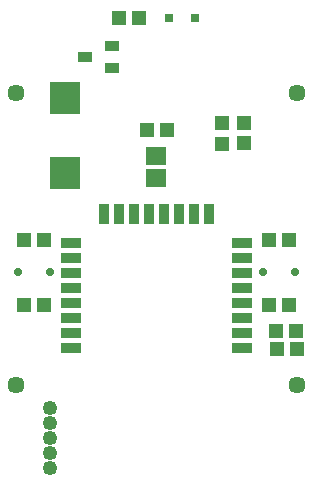
<source format=gbr>
G04 DipTrace 3.2.0.1*
G04 BottomMask.gbr*
%MOIN*%
G04 #@! TF.FileFunction,Soldermask,Bot*
G04 #@! TF.Part,Single*
%ADD41C,0.057087*%
%ADD42C,0.027559*%
%ADD46R,0.045276X0.051181*%
%ADD48R,0.066929X0.035433*%
%ADD50R,0.035433X0.066929*%
%ADD52C,0.049213*%
%ADD62R,0.049213X0.033465*%
%ADD64R,0.031496X0.031496*%
%ADD66R,0.066929X0.059055*%
%ADD68R,0.102362X0.110236*%
%ADD70R,0.051181X0.047244*%
%ADD72R,0.047244X0.051181*%
%FSLAX26Y26*%
G04*
G70*
G90*
G75*
G01*
G04 BotMask*
%LPD*%
D72*
X216946Y635568D3*
Y568639D3*
D70*
X465993Y-54694D3*
X399064D3*
D68*
X-306919Y721218D3*
Y469236D3*
D66*
X-417Y452264D3*
Y527067D3*
D64*
X129680Y985823D3*
X43066D3*
D41*
X-468504Y738189D3*
X468504D3*
X-468504Y-236220D3*
X468504D3*
D62*
X-147833Y893759D3*
Y818955D3*
X-238385Y856357D3*
D72*
X291196Y636280D3*
Y569350D3*
D70*
X-31698Y612493D3*
X35231D3*
X467416Y-115720D3*
X400487D3*
X-59610Y985885D3*
X-126539D3*
D52*
X-354331Y-412795D3*
Y-362795D3*
Y-462795D3*
Y-312795D3*
Y-462795D3*
Y-412795D3*
Y-512795D3*
Y-362795D3*
D50*
X-174803Y334646D3*
X-124803D3*
X-74803D3*
X-24803D3*
X25197D3*
X75197D3*
X125197D3*
X175197D3*
D48*
X285433Y237795D3*
Y187795D3*
Y137795D3*
Y87795D3*
Y37795D3*
Y-12205D3*
Y-62205D3*
Y-112205D3*
X-285433Y237795D3*
Y187795D3*
Y137795D3*
Y87795D3*
Y37795D3*
Y-12205D3*
Y-62205D3*
Y-112205D3*
D46*
X374016Y248228D3*
X440945D3*
X374016Y29724D3*
X440945D3*
D42*
X354331Y138976D3*
X460630D3*
D46*
X-440945Y248228D3*
X-374016D3*
X-440945Y29724D3*
X-374016D3*
D42*
X-460630Y138976D3*
X-354331D3*
M02*

</source>
